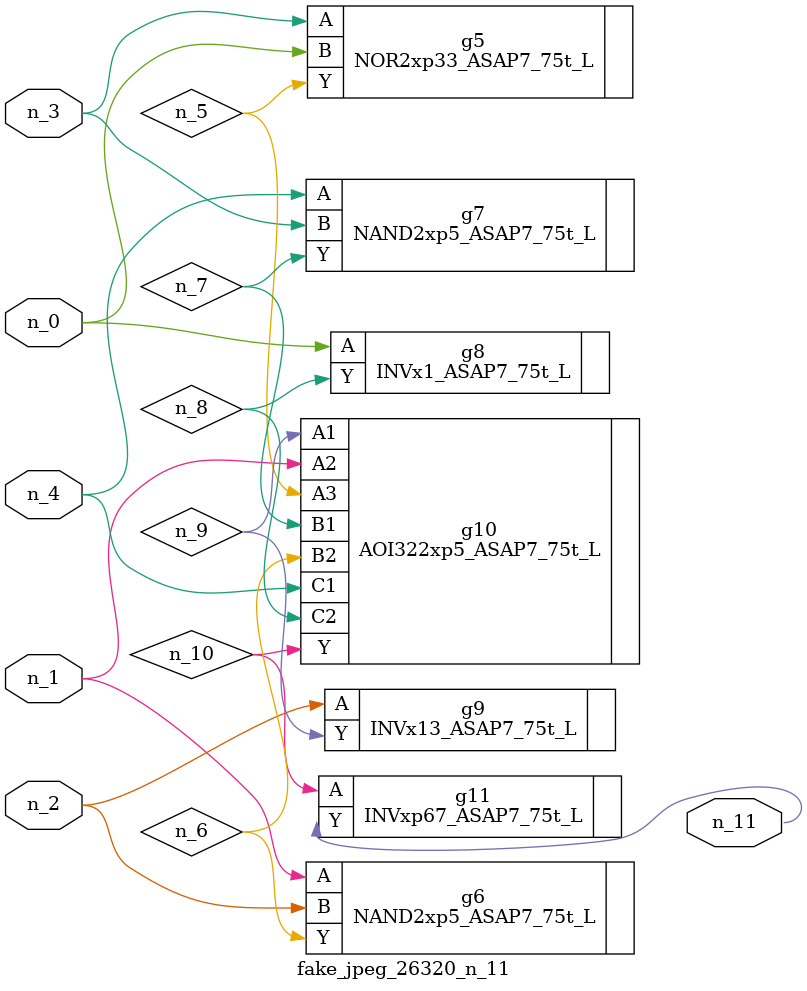
<source format=v>
module fake_jpeg_26320_n_11 (n_3, n_2, n_1, n_0, n_4, n_11);

input n_3;
input n_2;
input n_1;
input n_0;
input n_4;

output n_11;

wire n_10;
wire n_8;
wire n_9;
wire n_6;
wire n_5;
wire n_7;

NOR2xp33_ASAP7_75t_L g5 ( 
.A(n_3),
.B(n_0),
.Y(n_5)
);

NAND2xp5_ASAP7_75t_L g6 ( 
.A(n_1),
.B(n_2),
.Y(n_6)
);

NAND2xp5_ASAP7_75t_L g7 ( 
.A(n_4),
.B(n_3),
.Y(n_7)
);

INVx1_ASAP7_75t_L g8 ( 
.A(n_0),
.Y(n_8)
);

INVx13_ASAP7_75t_L g9 ( 
.A(n_2),
.Y(n_9)
);

AOI322xp5_ASAP7_75t_L g10 ( 
.A1(n_9),
.A2(n_1),
.A3(n_5),
.B1(n_7),
.B2(n_6),
.C1(n_4),
.C2(n_8),
.Y(n_10)
);

INVxp67_ASAP7_75t_L g11 ( 
.A(n_10),
.Y(n_11)
);


endmodule
</source>
